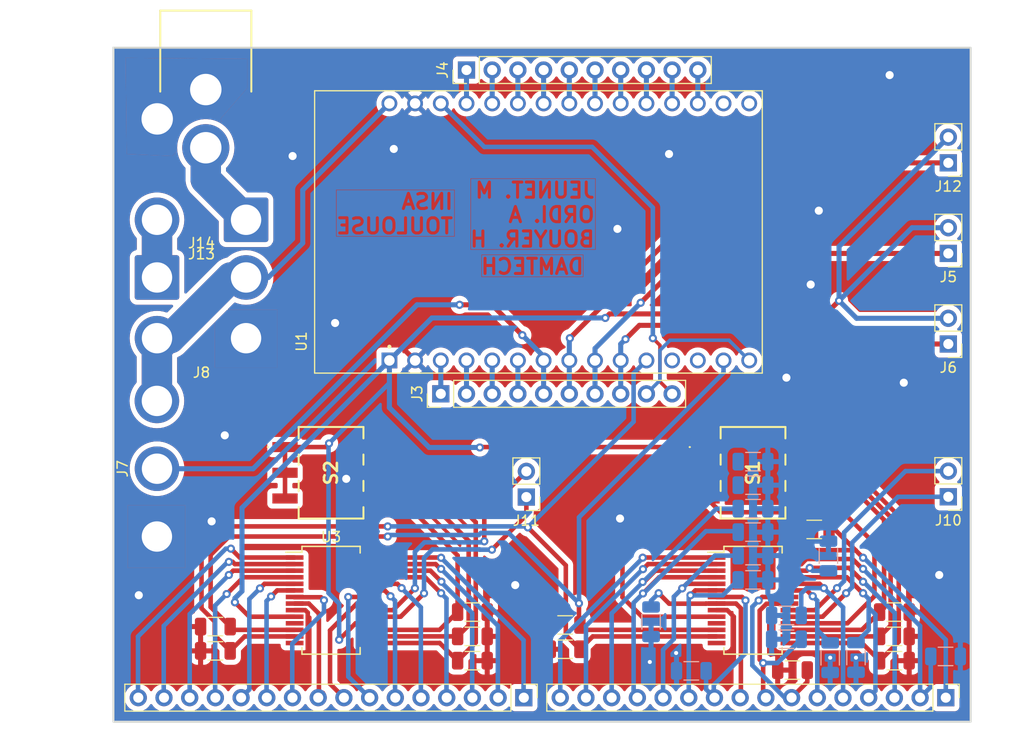
<source format=kicad_pcb>
(kicad_pcb (version 20221018) (generator pcbnew)
  (layers (0 "F.Cu" signal) (31 "B.Cu" signal) (34 "B.Paste" user) (35 "F.Paste" user) (36 "B.SilkS" user "B.Silkscreen") (37 "F.SilkS" user "F.Silkscreen") (38 "B.Mask" user) (39 "F.Mask" user) (44 "Edge.Cuts" user))
  (net 0 "")
  (net 1 "Net-(J1-Pin_1)")
  (net 2 "Net-(J1-Pin_2)")
  (net 3 "Net-(J1-Pin_3)")
  (net 4 "Net-(J1-Pin_4)")
  (net 5 "Net-(J1-Pin_5)")
  (net 6 "Net-(J1-Pin_6)")
  (net 7 "Net-(J1-Pin_7)")
  (net 8 "Net-(J1-Pin_8)")
  (net 9 "Net-(J1-Pin_9)")
  (net 10 "Net-(J1-Pin_10)")
  (net 11 "Net-(J1-Pin_11)")
  (net 12 "Net-(J1-Pin_12)")
  (net 13 "Net-(J1-Pin_13)")
  (net 14 "Net-(J1-Pin_14)")
  (net 15 "Net-(J1-Pin_15)")
  (net 16 "Net-(J1-Pin_16)")
  (net 17 "Net-(J2-Pin_1)")
  (net 18 "Net-(J2-Pin_2)")
  (net 19 "Net-(J2-Pin_3)")
  (net 20 "Net-(J2-Pin_4)")
  (net 21 "Net-(J2-Pin_5)")
  (net 22 "Net-(J2-Pin_6)")
  (net 23 "Net-(J2-Pin_7)")
  (net 24 "Net-(J2-Pin_8)")
  (net 25 "Net-(J2-Pin_9)")
  (net 26 "Net-(J2-Pin_10)")
  (net 27 "Net-(J2-Pin_11)")
  (net 28 "Net-(J2-Pin_12)")
  (net 29 "Net-(J2-Pin_13)")
  (net 30 "Net-(J2-Pin_14)")
  (net 31 "Net-(J2-Pin_15)")
  (net 32 "Net-(J2-Pin_16)")
  (net 33 "/COLL_IN_1")
  (net 34 "/COLL_IN_2")
  (net 35 "/COLL_IN_3")
  (net 36 "/COLL_IN_4")
  (net 37 "/COLL_IN_5")
  (net 38 "/BP 3")
  (net 39 "/BP 2")
  (net 40 "/BP 1")
  (net 41 "/COLL_IN_9")
  (net 42 "/COLL_IN_10")
  (net 43 "/LIGN_IN_1")
  (net 44 "/LIGN_IN_2")
  (net 45 "/LIGN_IN_3")
  (net 46 "/LIGN_IN_4")
  (net 47 "/LIGN_IN_5")
  (net 48 "/LIGN_IN_6")
  (net 49 "/LIGN_IN_7")
  (net 50 "/LIGN_IN_8")
  (net 51 "/LIGN_IN_9")
  (net 52 "/LIGN_IN_10")
  (net 53 "/3.3")
  (net 54 "/5V")
  (net 55 "GND")
  (net 56 "Net-(J10-Pin_1)")
  (net 57 "Net-(J10-Pin_2)")
  (net 58 "Net-(J11-Pin_1)")
  (net 59 "Net-(J11-Pin_2)")
  (net 60 "/MCP23017_SS I2C SDA")
  (net 61 "/MCP23017_SS I2C SCK")
  (net 62 "Net-(S2-NO_1)")
  (net 63 "Net-(S2-NO_2)")
  (net 64 "Net-(S2-NO_3)")
  (net 65 "Net-(S1-NO_1)")
  (net 66 "Net-(S1-NO_2)")
  (net 67 "Net-(S1-NO_3)")
  (net 76 "Net-(J13-Pin_1)")
  (net 77 "Net-(J13-Pin_2)")
  (footprint "Resistor_SMD:R_1206_3216Metric" (layer "F.Cu") (at 142.25 124.9 180)
    (fp_text reference "R9" hide)
    (fp_text value "10k" hide)
  )
  (footprint "151-7620E-E:1517620EE" (layer "F.Cu") (at 82.12 87.18)
    (fp_text reference "J9" hide)
    (fp_text value "151-7620E-E" hide)
  )
  (footprint "Connector_PinHeader_2.54mm:PinHeader_1x02_P2.54mm_Vertical" (layer "F.Cu") (at 155.5 121.675 180)
    (fp_text reference "J10")
    (fp_text value "INTAB MCP23017 1")
  )
  (footprint "Resistor_SMD:R_1206_3216Metric" (layer "F.Cu") (at 150.17 137.868735)
    (fp_text reference "R11" hide)
    (fp_text value "10k" hide)
  )
  (footprint "CFS-0302TB:CFS0302TB" (layer "F.Cu") (at 136.2 119.3 -90)
    (fp_text reference "S1")
    (fp_text value "CFS-0302TB" hide)
  )
  (footprint "Connector_PinHeader_2.54mm:PinHeader_1x10_P2.54mm_Vertical" (layer "F.Cu") (at 105.345 111.5 90)
    (fp_text reference "J3")
    (fp_text value "Conn_01x10_Pin")
  )
  (footprint "Resistor_SMD:R_1206_3216Metric" (layer "F.Cu") (at 117.63 136.74 180)
    (fp_text reference "R1" hide)
    (fp_text value "10k" hide)
  )
  (footprint "Connector_PinHeader_2.54mm:PinHeader_1x02_P2.54mm_Vertical" (layer "F.Cu") (at 155.5 97.625 180)
    (fp_text reference "J5")
    (fp_text value "BP 2")
  )
  (footprint "Resistor_SMD:R_1206_3216Metric" (layer "F.Cu") (at 117.63 134.34 180)
    (fp_text reference "R2" hide)
    (fp_text value "10k" hide)
  )
  (footprint "Connector_PinHeader_2.54mm:PinHeader_1x02_P2.54mm_Vertical" (layer "F.Cu") (at 155.5 88.675 180)
    (fp_text reference "J12")
    (fp_text value "BP 3")
  )
  (footprint "Connector_PinHeader_2.54mm:PinHeader_1x16_P2.54mm_Vertical" (layer "F.Cu") (at 155.25 141.525 -90)
    (fp_text reference "J1" hide)
    (fp_text value "Conn_01x16_Pin" hide)
  )
  (footprint "ESP32-DEVKITC-32D:MODULE_ESP32-DEVKITC-32D" (layer "F.Cu") (at 120.025 95.5 90)
    (fp_text reference "U1")
    (fp_text value "ESP32-DEVKITC-32D")
  )
  (footprint "Connector_PinHeader_2.54mm:PinHeader_1x02_P2.54mm_Vertical" (layer "F.Cu") (at 155.5 106.575 180)
    (fp_text reference "J6")
    (fp_text value "BP 1")
  )
  (footprint "Connector_Wire:SolderWire-2.5sqmm_1x03_P8.8mm_D2.4mm_OD4.4mm" (layer "F.Cu") (at 77.3 127.7 90)
    (fp_text reference "J7")
    (fp_text value "LED PIN")
  )
  (footprint "Connector_PinHeader_2.54mm:PinHeader_1x16_P2.54mm_Vertical" (layer "F.Cu") (at 113.55 141.525 -90)
    (fp_text reference "J2" hide)
    (fp_text value "Conn_01x16_Pin" hide)
  )
  (footprint "Connector_Wire:SolderWire-2.5sqmm_1x02_P8.8mm_D2.4mm_OD4.4mm" (layer "F.Cu") (at 86.1 94.3 180)
    (fp_text reference "J13")
    (fp_text value "FUZE")
  )
  (footprint "Resistor_SMD:R_1206_3216Metric" (layer "F.Cu") (at 150.17 135.468735)
    (fp_text reference "R12" hide)
    (fp_text value "10k" hide)
  )
  (footprint "Package_SO:SSOP-28_5.3x10.2mm_P0.65mm" (layer "F.Cu") (at 136.2 131.9)
    (fp_text reference "U2" hide)
    (fp_text value "MCP23017_SS 1")
  )
  (footprint "Resistor_SMD:R_1206_3216Metric" (layer "F.Cu") (at 150.17 133.068735)
    (fp_text reference "R13" hide)
    (fp_text value "10k" hide)
  )
  (footprint "Connector_Wire:SolderWire-2.5sqmm_1x02_P8.8mm_D2.4mm_OD4.4mm" (layer "F.Cu") (at 77.3 100)
    (fp_text reference "J14")
    (fp_text value "INT")
  )
  (footprint "Resistor_SMD:R_1206_3216Metric" (layer "F.Cu") (at 108.47 137.868735)
    (fp_text reference "R5" hide)
    (fp_text value "10k" hide)
  )
  (footprint "Connector_PinHeader_2.54mm:PinHeader_1x02_P2.54mm_Vertical" (layer "F.Cu") (at 113.8 121.7 180)
    (fp_text reference "J11")
    (fp_text value "INTAB MCP23017 2")
  )
  (footprint "Resistor_SMD:R_1206_3216Metric" (layer "F.Cu") (at 140.1 138.8 180)
    (fp_text reference "R18" hide)
    (fp_text value "10k" hide)
  )
  (footprint "Resistor_SMD:R_1206_3216Metric" (layer "F.Cu") (at 83.07 136.9 180)
    (fp_text reference "R3" hide)
    (fp_text value "10k" hide)
  )
  (footprint "Resistor_SMD:R_1206_3216Metric" (layer "F.Cu") (at 108.47 133.068735)
    (fp_text reference "R7" hide)
    (fp_text value "10k" hide)
  )
  (footprint "Resistor_SMD:R_1206_3216Metric" (layer "F.Cu") (at 108.47 135.468735)
    (fp_text reference "R6" hide)
    (fp_text value "10k" hide)
  )
  (footprint "Connector_PinHeader_2.54mm:PinHeader_1x10_P2.54mm_Vertical" (layer "F.Cu") (at 107.885 79.5 90)
    (fp_text reference "J4")
    (fp_text value "Conn_01x10_Pin")
  )
  (footprint "CFS-0302TB:CFS0302TB" (layer "F.Cu") (at 94.5 119.3 -90)
    (fp_text reference "S2")
    (fp_text value "CFS-0302TB" hide)
  )
  (footprint "Connector_Wire:SolderWire-2.5sqmm_1x02_P8.8mm_D2.4mm_OD4.4mm" (layer "F.Cu") (at 86.1 106 180)
    (fp_text reference "J8")
    (fp_text value "SEC ALIM LED")
  )
  (footprint "Package_SO:SSOP-28_5.3x10.2mm_P0.65mm" (layer "F.Cu") (at 94.5 131.9)
    (fp_text reference "U3")
    (fp_text value "MCP23017_SS 2")
  )
  (footprint "Resistor_SMD:R_1206_3216Metric" (layer "F.Cu") (at 83.07 134.5 180)
    (fp_text reference "R4" hide)
    (fp_text value "10k" hide)
  )
  (footprint "Resistor_SMD:R_1206_3216Metric" (layer "B.Cu") (at 126.125 134.025 -90)
    (fp_text reference "R20" hide)
    (fp_text value "10k" hide)
  )
  (footprint "Resistor_SMD:R_1206_3216Metric" (layer "B.Cu") (at 155.225 137.45)
    (fp_text reference "R10" hide)
    (fp_text value "10k" hide)
  )
  (footprint "Resistor_SMD:R_1206_3216Metric" (layer "B.Cu") (at 136.2 122.845452)
    (fp_text reference "R25" hide)
    (fp_text value "10k" hide)
  )
  (footprint "Resistor_SMD:R_1206_3216Metric" (layer "B.Cu") (at 136.2 127.486358)
    (fp_text reference "R23" hide)
    (fp_text value "10k" hide)
  )
  (footprint "Resistor_SMD:R_1206_3216Metric" (layer "B.Cu") (at 136.2 125.165904)
    (fp_text reference "R24" hide)
    (fp_text value "10k" hide)
  )
  (footprint "Resistor_SMD:R_1206_3216Metric" (layer "B.Cu") (at 143.825 137.575 -90)
    (fp_text reference "R17" hide)
    (fp_text value "10k" hide)
  )
  (footprint "Resistor_SMD:R_1206_3216Metric" (layer "B.Cu") (at 136.2 120.525)
    (fp_text reference "R26" hide)
    (fp_text value "10k" hide)
  )
  (footprint "Resistor_SMD:R_1206_3216Metric" (layer "B.Cu") (at 146.375 137.55 -90)
    (fp_text reference "R15" hide)
    (fp_text value "10k" hide)
  )
  (footprint "Resistor_SMD:R_1206_3216Metric" (layer "B.Cu") (at 139.5 135.75 180)
    (fp_text reference "R19" hide)
    (fp_text value "10k" hide)
  )
  (footprint "Resistor_SMD:R_1206_3216Metric" (layer "B.Cu") (at 143.65 127.525 90)
    (fp_text reference "R14" hide)
    (fp_text value "10k" hide)
  )
  (footprint "Resistor_SMD:R_1206_3216Metric" (layer "B.Cu") (at 136.2 118.2)
    (fp_text reference "R27" hide)
    (fp_text value "10k" hide)
  )
  (footprint "Resistor_SMD:R_1206_3216Metric" (layer "B.Cu") (at 130.1 138.875 180)
    (fp_text reference "R21" hide)
    (fp_text value "10k" hide)
  )
  (footprint "Resistor_SMD:R_1206_3216Metric" (layer "B.Cu") (at 136.2 129.885938)
    (fp_text reference "R22" hide)
    (fp_text value "10k" hide)
  )
  (footprint "Resistor_SMD:R_1206_3216Metric" (layer "B.Cu") (at 139.5 133.4 180)
    (fp_text reference "R16" hide)
    (fp_text value "10k" hide)
  )
  (gr_rect (start 73 77.3) (end 157.7 143.9) (stroke (width 0.2)) (fill none) (layer "Edge.Cuts"))
  (gr_text "JEUNET. M\nORDI. A\nBOUYER. H" (at 120.7 97.1) (layer "B.Cu" knockout) (effects (font (size 1.5 1.5) (thickness 0.3) bold) (justify left bottom mirror)))
  (gr_text "INSA\nTOULOUSE" (at 106.7 95.8) (layer "B.Cu" knockout) (effects (font (size 1.5 1.5) (thickness 0.3) bold) (justify left bottom mirror)))
  (gr_text "DAMTECH" (at 119.628571 99.8) (layer "B.Cu" knockout) (effects (font (size 1.5 1.5) (thickness 0.3) bold) (justify left bottom mirror)))
  (segment (start 146.35 126.95) (end 140.525 126.95) (width 0.45) (layer "F.Cu") (net 1))
  (segment (start 140.525 126.95) (end 139.8 127.675) (width 0.45) (layer "F.Cu") (net 1))
  (segment (start 144.277329 124.9) (end 147.075 127.697671) (width 0.45) (layer "F.Cu") (net 1))
  (segment (start 143.7125 124.9) (end 144.277329 124.9) (width 0.45) (layer "F.Cu") (net 1))
  (segment (start 146.35 126.95) (end 147.075 127.675) (width 0.25) (layer "F.Cu") (net 1))
  (segment (start 147.075 127.675) (end 147.075 127.697671) (width 0.25) (layer "F.Cu") (net 1))
  (via (at 147.075 127.697671) (size 0.8) (drill 0.4) (layers "F.Cu" "B.Cu") (net 1))
  (segment (start 155.25 141.525) (end 155.25 135.808273) (width 0.45) (layer "B.Cu") (net 1))
  (segment (start 147.139398 127.697671) (end 147.075 127.697671) (width 0.45) (layer "B.Cu") (net 1))
  (segment (start 155.25 135.808273) (end 147.139398 127.697671) (width 0.45) (layer "B.Cu") (net 1))
  (segment (start 141.475 127.825) (end 146.035602 127.825) (width 0.45) (layer "F.Cu") (net 2))
  (segment (start 147.010602 128.8) (end 147.075 128.8) (width 0.45) (layer "F.Cu") (net 2))
  (segment (start 146.035602 127.825) (end 147.010602 128.8) (width 0.45) (layer "F.Cu") (net 2))
  (segment (start 139.8 128.325) (end 140.975 128.325) (width 0.45) (layer "F.Cu") (net 2))
  (segment (start 140.975 128.325) (end 141.475 127.825) (width 0.45) (layer "F.Cu") (net 2))
  (via (at 147.075 128.8) (size 0.8) (drill 0.4) (layers "F.Cu" "B.Cu") (net 2))
  (segment (start 152.71 141.525) (end 152.71 134.435) (width 0.45) (layer "B.Cu") (net 2))
  (segment (start 152.71 134.435) (end 147.075 128.8) (width 0.45) (layer "B.Cu") (net 2))
  (segment (start 153.7625 137.45) (end 153.7625 140.4725) (width 0.45) (layer "B.Cu") (net 2))
  (segment (start 153.7625 140.4725) (end 152.71 141.525) (width 0.45) (layer "B.Cu") (net 2))
  (segment (start 141.8 128.7) (end 145.703343 128.7) (width 0.45) (layer "F.Cu") (net 3))
  (segment (start 141.525 128.975) (end 141.8 128.7) (width 0.45) (layer "F.Cu") (net 3))
  (segment (start 139.8 128.975) (end 141.525 128.975) (width 0.45) (layer "F.Cu") (net 3))
  (segment (start 145.703343 128.7) (end 147.075 130.071657) (width 0.45) (layer "F.Cu") (net 3))
  (via (at 141.8 128.7) (size 0.8) (drill 0.4) (layers "F.Cu" "B.Cu") (net 3))
  (via (at 147.075 130.071657) (size 0.8) (drill 0.4) (layers "F.Cu" "B.Cu") (net 3))
  (segment (start 143.65 128.9875) (end 142.0875 128.9875) (width 0.45) (layer "B.Cu") (net 3))
  (segment (start 150.17 141.525) (end 150.2 141.495) (width 0.25) (layer "B.Cu") (net 3))
  (segment (start 150.2 141.495) (end 150.2 133.158273) (width 0.45) (layer "B.Cu") (net 3))
  (segment (start 150.2 133.158273) (end 147.113384 130.071657) (width 0.45) (layer "B.Cu") (net 3))
  (segment (start 142.0875 128.9875) (end 141.8 128.7) (width 0.45) (layer "B.Cu") (net 3))
  (segment (start 147.113384 130.071657) (end 147.075 130.071657) (width 0.45) (layer "B.Cu") (net 3))
  (segment (start 139.8 129.625) (end 145.461616 129.625) (width 0.45) (layer "F.Cu") (net 4))
  (segment (start 145.461616 129.625) (end 147.036616 131.2) (width 0.45) (layer "F.Cu") (net 4))
  (segment (start 147.036616 131.2) (end 147.075 131.2) (width 0.45) (layer "F.Cu") (net 4))
  (via (at 147.075 131.2) (size 0.8) (drill 0.4) (layers "F.Cu" "B.Cu") (net 4))
  (segment (start 147.63 132.625) (end 147.63 131.755) (width 0.45) (layer "B.Cu") (net 4))
  (segment (start 148.3 140.855) (end 148.3 133.295) (width 0.45) (layer "B.Cu") (net 4))
  (segment (start 147.63 131.755) (end 147.075 131.2) (width 0.45) (layer "B.Cu") (net 4))
  (segment (start 147.63 141.525) (end 148.3 140.855) (width 0.25) (layer "B.Cu") (net 4))
  (segment (start 148.3 133.295) (end 147.63 132.625) (width 0.45) (layer "B.Cu") (net 4))
  (segment (start 146.375 136.0875) (end 147.63 134.8325) (width 0.45) (layer "B.Cu") (net 4))
  (segment (start 147.63 134.8325) (end 147.63 132.625) (width 0.45) (layer "B.Cu") (net 4))
  (segment (start 142.775 130.275) (end 143.2 130.7) (width 0.45) (layer "F.Cu") (net 5))
  (segment (start 139.8 130.275) (end 142.775 130.275) (width 0.45) (layer "F.Cu") (net 5))
  (via (at 143.2 130.7) (size 0.8) (drill 0.4) (layers "F.Cu" "B.Cu") (net 5))
  (segment (start 141.5 130.7) (end 143.2 130.7) (width 0.45) (layer "B.Cu") (net 5))
  (segment (start 140.9625 131.2375) (end 141.5 130.7) (width 0.45) (layer "B.Cu") (net 5))
  (segment (start 143.2 130.7) (end 145.1 132.6) (width 0.45) (layer "B.Cu") (net 5))
  (segment (start 145.1 141.515) (end 145.09 141.525) (width 0.25) (layer "B.Cu") (net 5))
  (segment (start 140.9625 133.4) (end 140.9625 131.2375) (width 0.45) (layer "B.Cu") (net 5))
  (segment (start 145.1 132.6) (end 145.1 141.515) (width 0.45) (layer "B.Cu") (net 5))
  (segment (start 139.8 130.925) (end 141.525 130.925) (width 0.45) (layer "F.Cu") (net 6))
  (segment (start 141.525 130.925) (end 142.1 131.5) (width 0.45) (layer "F.Cu") (net 6))
  (via (at 142.1 131.5) (size 0.8) (drill 0.4) (layers "F.Cu" "B.Cu") (net 6))
  (segment (start 142.55 133.475) (end 142.55 134.2) (width 0.45) (layer "B.Cu") (net 6))
  (segment (start 142.55 134.8375) (end 142.55 133.475) (width 0.25) (layer "B.Cu") (net 6))
  (segment (start 142.55 131.95) (end 142.55 133.475) (width 0.45) (layer "B.Cu") (net 6))
  (segment (start 143.825 136.1125) (end 142.55 134.8375) (width 0.45) (layer "B.Cu") (net 6))
  (segment (start 142.1 131.5) (end 142.55 131.95) (width 0.45) (layer "B.Cu") (net 6))
  (segment (start 142.55 134.2) (end 142.55 141.525) (width 0.45) (layer "B.Cu") (net 6))
  (segment (start 142.55 134.8375) (end 142.55 134.2) (width 0.25) (layer "B.Cu") (net 6))
  (segment (start 140.01 141.525) (end 141.5625 139.9725) (width 0.45) (layer "F.Cu") (net 7))
  (segment (start 139.8 131.575) (end 137.099994 131.575) (width 0.45) (layer "F.Cu") (net 7))
  (segment (start 141.5625 139.9725) (end 141.5625 138.8) (width 0.45) (layer "F.Cu") (net 7))
  (segment (start 137.099994 131.575) (end 136.7575 131.917494) (width 0.45) (layer "F.Cu") (net 7))
  (via (at 136.7575 131.917494) (size 0.8) (drill 0.4) (layers "F.Cu" "B.Cu") (net 7))
  (segment (start 136.1325 138.3325) (end 136.1325 132.542494) (width 0.45) (layer "B.Cu") (net 7))
  (segment (start 139.9425 141.5425) (end 139.3425 141.5425) (width 0.45) (layer "B.Cu") (net 7))
  (segment (start 139.3425 141.5425) (end 136.1325 138.3325) (width 0.45) (layer "B.Cu") (net 7))
  (segment (start 136.1325 132.542494) (end 136.7575 131.917494) (width 0.45) (layer "B.Cu") (net 7))
  (segment (start 136.8575 132.9175) (end 136.8575 137.5) (width 0.45) (layer "F.Cu") (net 8))
  (segment (start 137.5325 132.2425) (end 136.8575 132.9175) (width 0.45) (layer "F.Cu") (net 8))
  (segment (start 137.2 138.1) (end 137.2 141.255) (width 0.45) (layer "F.Cu") (net 8))
  (segment (start 139.7325 132.2425) (end 137.5325 132.2425) (width 0.45) (layer "F.Cu") (net 8))
  (segment (start 136.8575 137.5) (end 136.8575 137.7575) (width 0.45) (layer "F.Cu") (net 8))
  (segment (start 137.2 141.255) (end 137.47 141.525) (width 0.45) (layer "F.Cu") (net 8))
  (segment (start 136.8575 137.7575) (end 137.2 138.1) (width 0.45) (layer "F.Cu") (net 8))
  (via (at 137.2 138.1) (size 0.8) (drill 0.4) (layers "F.Cu" "B.Cu") (net 8))
  (segment (start 137.2 138.1) (end 138.6125 138.1) (width 0.45) (layer "B.Cu") (net 8))
  (segment (start 138.6125 138.1) (end 140.9625 135.75) (width 0.45) (layer "B.Cu") (net 8))
  (segment (start 132.6 132.225) (end 131.548958 132.225) (width 0.45) (layer "F.Cu") (net 9))
  (segment (start 127.911607 132.236607) (end 126.875 131.2) (width 0.45) (layer "F.Cu") (net 9))
  (segment (start 132.6 132.225) (end 134.525 132.225) (width 0.45) (layer "F.Cu") (net 9))
  (segment (start 131.537351 132.236607) (end 127.911607 132.236607) (width 0.45) (layer "F.Cu") (net 9))
  (segment (start 131.548958 132.225) (end 131.537351 132.236607) (width 0.45) (layer "F.Cu") (net 9))
  (segment (start 135 141.455) (end 134.93 141.525) (width 0.45) (layer "F.Cu") (net 9))
  (segment (start 134.525 132.225) (end 135 132.7) (width 0.45) (layer "F.Cu") (net 9))
  (segment (start 132.575 132.25) (end 132.6 132.225) (width 0.25) (layer "F.Cu") (net 9))
  (segment (start 135 132.7) (end 135 141.455) (width 0.45) (layer "F.Cu") (net 9))
  (via (at 126.875 131.2) (size 0.8) (drill 0.4) (layers "F.Cu" "B.Cu") (net 9))
  (segment (start 126.125 131.95) (end 126.875 131.2) (width 0.45) (layer "B.Cu") (net 9))
  (segment (start 126.125 132.5625) (end 126.125 131.95) (width 0.45) (layer "B.Cu") (net 9))
  (segment (start 135.115 131.575) (end 135.4575 131.9175) (width 0.45) (layer "F.Cu") (net 10))
  (segment (start 132.6 131.575) (end 135.115 131.575) (width 0.45) (layer "F.Cu") (net 10))
  (via (at 135.4575 131.9175) (size 0.8) (drill 0.4) (layers "F.Cu" "B.Cu") (net 10))
  (segment (start 132.3225 141.5675) (end 132.3225 140.273299) (width 0.45) (layer "B.Cu") (net 10))
  (segment (start 135.4575 137.138299) (end 135.4575 131.9175) (width 0.45) (layer "B.Cu") (net 10))
  (segment (start 131.5625 140.6975) (end 132.39 141.525) (width 0.45) (layer "B.Cu") (net 10))
  (segment (start 132.3225 140.273299) (end 135.4575 137.138299) (width 0.45) (layer "B.Cu") (net 10))
  (segment (start 131.5625 138.875) (end 131.5625 140.6975) (width 0.45) (layer "B.Cu") (net 10))
  (segment (start 130.502129 130.925) (end 130.015522 131.411607) (width 0.45) (layer "F.Cu") (net 11))
  (segment (start 132.6 130.925) (end 130.502129 130.925) (width 0.45) (layer "F.Cu") (net 11))
  (via (at 130.015522 131.411607) (size 0.8) (drill 0.4) (layers "F.Cu" "B.Cu") (net 11))
  (segment (start 129.85 131.577129) (end 130.015522 131.411607) (width 0.45) (layer "B.Cu") (net 11))
  (segment (start 134.7375 129.885938) (end 133.211831 131.411607) (width 0.45) (layer "B.Cu") (net 11))
  (segment (start 133.211831 131.411607) (end 130.015522 131.411607) (width 0.45) (layer "B.Cu") (net 11))
  (segment (start 129.85 141.55) (end 129.85 131.577129) (width 0.45) (layer "B.Cu") (net 11))
  (segment (start 129.65 130.275) (end 129.2 130.725) (width 0.45) (layer "F.Cu") (net 12))
  (segment (start 132.6 130.275) (end 129.65 130.275) (width 0.45) (layer "F.Cu") (net 12))
  (via (at 129.2 130.725) (size 0.8) (drill 0.4) (layers "F.Cu" "B.Cu") (net 12))
  (segment (start 134.7375 127.486358) (end 132.438642 127.486358) (width 0.45) (layer "B.Cu") (net 12))
  (segment (start 132.438642 127.486358) (end 129.2 130.725) (width 0.45) (layer "B.Cu") (net 12))
  (segment (start 127.31 141.525) (end 127.31 136.79) (width 0.45) (layer "B.Cu") (net 12))
  (segment (start 128.375 135.725) (end 128.375 131.55) (width 0.45) (layer "B.Cu") (net 12))
  (segment (start 128.375 131.55) (end 129.2 130.725) (width 0.45) (layer "B.Cu") (net 12))
  (segment (start 127.325 141.535) (end 127.31 141.55) (width 0.25) (layer "B.Cu") (net 12))
  (segment (start 127.31 136.79) (end 128.375 135.725) (width 0.45) (layer "B.Cu") (net 12))
  (segment (start 126.925 129.625) (end 125.325 131.225) (width 0.45) (layer "F.Cu") (net 13))
  (segment (start 132.6 129.625) (end 126.925 129.625) (width 0.45) (layer "F.Cu") (net 13))
  (via (at 125.325 131.225) (size 0.8) (drill 0.4) (layers "F.Cu" "B.Cu") (net 13))
  (segment (start 125.325 131.2) (end 125.325 131.225) (width 0.25) (layer "B.Cu") (net 13))
  (segment (start 131.541176 125.071324) (end 125.4125 131.2) (width 0.45) (layer "B.Cu") (net 13))
  (segment (start 124.4 132.15) (end 125.325 131.225) (width 0.45) (layer "B.Cu") (net 13))
  (segment (start 134.7375 125.071324) (end 131.541176 125.071324) (width 0.45) (layer "B.Cu") (net 13))
  (segment (start 124.77 141.55) (end 124.4 141.18) (width 0.25) (layer "B.Cu") (net 13))
  (segment (start 124.4 141.18) (end 124.4 132.15) (width 0.45) (layer "B.Cu") (net 13))
  (segment (start 125.4125 131.2) (end 125.325 131.2) (width 0.45) (layer "B.Cu") (net 13))
  (segment (start 126.544238 128.975) (end 125.427602 130.091636) (width 0.45) (layer "F.Cu") (net 14))
  (segment (start 132.6 128.975) (end 126.544238 128.975) (width 0.45) (layer "F.Cu") (net 14))
  (segment (start 125.427602 130.091636) (end 125.291636 130.091636) (width 0.45) (layer "F.Cu") (net 14))
  (via (at 125.291636 130.091636) (size 0.8) (drill 0.4) (layers "F.Cu" "B.Cu") (net 14))
  (segment (start 125.291636 130.133364) (end 125.291636 130.091636) (width 0.25) (layer "B.Cu") (net 14))
  (segment (start 122.23 141.55) (end 122.23 133.195) (width 0.45) (layer "B.Cu") (net 14))
  (segment (start 134.7375 122.855678) (end 132.569322 122.855678) (width 0.45) (layer "B.Cu") (net 14))
  (segment (start 132.569322 122.855678) (end 125.333364 130.091636) (width 0.45) (layer "B.Cu") (net 14))
  (segment (start 122.23 133.195) (end 125.291636 130.133364) (width 0.45) (layer "B.Cu") (net 14))
  (segment (start 125.333364 130.091636) (end 125.291636 130.091636) (width 0.25) (layer "B.Cu") (net 14))
  (segment (start 132.6 128.325) (end 125.825 128.325) (width 0.45) (layer "F.Cu") (net 15))
  (segment (start 125.825 128.325) (end 125.325 128.825) (width 0.45) (layer "F.Cu") (net 15))
  (via (at 125.325 128.825) (size 0.8) (drill 0.4) (layers "F.Cu" "B.Cu") (net 15))
  (segment (start 125.3 128.825) (end 125.325 128.825) (width 0.25) (layer "B.Cu") (net 15))
  (segment (start 119.69 134.435) (end 125.3 128.825) (width 0.45) (layer "B.Cu") (net 15))
  (segment (start 119.69 141.55) (end 119.69 134.435) (width 0.45) (layer "B.Cu") (net 15))
  (segment (start 125.341217 127.691217) (end 125.296847 127.691217) (width 0.25) (layer "F.Cu") (net 16))
  (segment (start 132.6 127.675) (end 125.313064 127.675) (width 0.45) (layer "F.Cu") (net 16))
  (segment (start 125.35 127.7) (end 125.341217 127.691217) (width 0.25) (layer "F.Cu") (net 16))
  (segment (start 125.313064 127.675) (end 125.296847 127.691217) (width 0.45) (layer "F.Cu") (net 16))
  (via (at 125.296847 127.691217) (size 0.8) (drill 0.4) (layers "F.Cu" "B.Cu") (net 16))
  (segment (start 125.296847 127.728153) (end 125.296847 127.691217) (width 0.25) (layer "B.Cu") (net 16))
  (segment (start 117.15 135.875) (end 125.296847 127.728153) (width 0.45) (layer "B.Cu") (net 16))
  (segment (start 117.15 141.55) (end 117.15 135.875) (width 0.45) (layer "B.Cu") (net 16))
  (segment (start 105.375 127.7) (end 105.35 127.675) (width 0.25) (layer "F.Cu") (net 17))
  (segment (start 98.1 127.675) (end 105.35 127.675) (width 0.45) (layer "F.Cu") (net 17))
  (via (at 105.375 127.7) (size 0.8) (drill 0.4) (layers "F.Cu" "B.Cu") (net 17))
  (segment (start 113.525 141.525) (end 113.525 135.85) (width 0.45) (layer "B.Cu") (net 17))
  (segment (start 113.525 135.85) (end 105.375 127.7) (width 0.45) (layer "B.Cu") (net 17))
  (segment (start 98.1 128.325) (end 104.833273 128.325) (width 0.45) (layer "F.Cu") (net 18))
  (segment (start 105.308273 128.8) (end 105.375 128.8) (width 0.45) (layer "F.Cu") (net 18))
  (segment (start 104.833273 128.325) (end 105.308273 128.8) (width 0.45) (layer "F.Cu") (net 18))
  (via (at 105.375 128.8) (size 0.8) (drill 0.4) (layers "F.Cu" "B.Cu") (net 18))
  (segment (start 110.985 134.41) (end 105.375 128.8) (width 0.45) (layer "B.Cu") (net 18))
  (segment (start 110.985 141.525) (end 110.985 134.41) (width 0.45) (layer "B.Cu") (net 18))
  (segment (start 104.316728 128.975) (end 105.408364 130.066636) (width 0.45) (layer "F.Cu") (net 19))
  (segment (start 98.1 128.975) (end 104.316728 128.975) (width 0.45) (layer "F.Cu") (net 19))
  (via (at 105.408364 130.066636) (size 0.8) (drill 0.4) (layers "F.Cu" "B.Cu") (net 19))
  (segment (start 105.408364 130.133364) (end 105.408364 130.066636) (width 0.25) (layer "B.Cu") (net 19))
  (segment (start 108.445 133.17) (end 105.408364 130.133364) (width 0.45) (layer "B.Cu") (net 19))
  (segment (start 108.445 141.525) (end 108.445 133.17) (width 0.45) (layer "B.Cu") (net 19))
  (segment (start 98.1 129.625) (end 103.8 129.625) (width 0.45) (layer "F.Cu") (net 20))
  (segment (start 103.8 129.625) (end 105.375 131.2) (width 0.45) (layer "F.Cu") (net 20))
  (via (at 105.375 131.2) (size 0.8) (drill 0.4) (layers "F.Cu" "B.Cu") (net 20))
  (segment (start 105.905 131.73) (end 105.375 131.2) (width 0.45) (layer "B.Cu") (net 20))
  (segment (start 105.905 141.525) (end 105.905 131.73) (width 0.45) (layer "B.Cu") (net 20))
  (segment (start 101.05 130.275) (end 101.475 130.7) (width 0.45) (layer "F.Cu") (net 21))
  (segment (start 98.075 130.275) (end 101.05 130.275) (width 0.45) (layer "F.Cu") (net 21))
  (via (at 101.475 130.7) (size 0.8) (drill 0.4) (layers "F.Cu" "B.Cu") (net 21))
  (segment (start 103.375 141.515) (end 103.365 141.525) (width 0.25) (layer "B.Cu") (net 21))
  (segment (start 101.475 130.7) (end 103.375 132.6) (width 0.45) (layer "B.Cu") (net 21))
  (segment (start 103.375 132.6) (end 103.375 141.515) (width 0.45) (layer "B.Cu") (net 21))
  (segment (start 98.075 130.925) (end 99.8 130.925) (width 0.45) (layer "F.Cu") (net 22))
  (segment (start 99.8 130.925) (end 100.375 131.5) (width 0.45) (layer "F.Cu") (net 22))
  (via (at 100.375 131.5) (size 0.8) (drill 0.4) (layers "F.Cu" "B.Cu") (net 22))
  (segment (start 100.825 131.95) (end 100.825 141.525) (width 0.45) (layer "B.Cu") (net 22))
  (segment (start 100.375 131.5) (end 100.825 131.95) (width 0.45) (layer "B.Cu") (net 22))
  (segment (start 96.199986 131.575) (end 98.1 131.575) (width 0.45) (layer "F.Cu") (net 23))
  (via (at 96.199986 131.575) (size 0.8) (drill 0.4) (layers "F.Cu" "B.Cu") (net 23))
  (segment (start 96.2 139.44) (end 96.2 131.575014) (width 0.45) (layer "B.Cu") (net 23))
  (segment (start 96.2 131.575014) (end 96.199986 131.575) (width 0.45) (layer "B.Cu") (net 23))
  (segment (start 98.285 141.525) (end 96.2 139.44) (width 0.45) (layer "B.Cu") (net 23))
  (segment (start 98.075 132.225) (end 97.048958 132.225) (width 0.45) (layer "F.Cu") (net 24))
  (segment (start 95.745 141.525) (end 95.745001 141.525001) (width 0.25) (layer "F.Cu") (net 24))
  (segment (start 94.4 134.873958) (end 94.4 140.155) (width 0.45) (layer "F.Cu") (net 24))
  (segment (start 94.4 140.155) (end 95.770001 141.525001) (width 0.45) (layer "F.Cu") (net 24))
  (segment (start 97.048958 132.225) (end 94.4 134.873958) (width 0.45) (layer "F.Cu") (net 24))
  (segment (start 95.745001 141.525001) (end 95.770001 141.525001) (width 0.25) (layer "F.Cu") (net 24))
  (segment (start 93.7 141.055) (end 93.205 141.55) (width 0.45) (layer "F.Cu") (net 25))
  (segment (start 90.9 132.225) (end 92.302818 132.225) (width 0.45) (layer "F.Cu") (net 25))
  (segment (start 93.3 133.222182) (end 93.3 141.455) (width 0.45) (layer "F.Cu") (net 25))
  (segment (start 93.3 141.455) (end 93.23 141.525) (width 0.45) (layer "F.Cu") (net 25))
  (segment (start 92.302818 132.225) (end 93.3 133.222182) (width 0.45) (layer "F.Cu") (net 25))
  (segment (start 93.5 131.6) (end 93.8 131.9) (width 0.45) (layer "F.Cu") (net 26))
  (segment (start 90.875 131.6) (end 93.5 131.6) (width 0.45) (layer "F.Cu") (net 26))
  (via (at 93.8 131.9) (size 0.8) (drill 0.4) (layers "F.Cu" "B.Cu") (net 26))
  (segment (start 90.665 141.55) (end 90.665 136.190747) (width 0.45) (layer "B.Cu") (net 26))
  (segment (start 90.665 136.190747) (end 93.8 133.055747) (width 0.45) (layer "B.Cu") (net 26))
  (segment (start 93.8 133.055747) (end 93.8 131.9) (width 0.45) (layer "B.Cu") (net 26))
  (segment (start 88.575 131.525) (end 89.175 130.925) (width 0.45) (layer "F.Cu") (net 27))
  (segment (start 89.175 130.925) (end 90.9 130.925) (width 0.45) (layer "F.Cu") (net 27))
  (via (at 88.575 131.525) (size 0.8) (drill 0.4) (layers "F.Cu" "B.Cu") (net 27))
  (segment (start 88.575 131.525) (end 88.125 131.975) (width 0.45) (layer "B.Cu") (net 27))
  (segment (start 88.125 131.975) (end 88.125 141.55) (width 0.45) (layer "B.Cu") (net 27))
  (segment (start 87.475 130.725) (end 87.925 130.275) (width 0.45) (layer "F.Cu") (net 28))
  (segment (start 87.925 130.275) (end 90.9 130.275) (width 0.45) (layer "F.Cu") (net 28))
  (via (at 87.475 130.725) (size 0.8) (drill 0.4) (layers "F.Cu" "B.Cu") (net 28))
  (segment (start 87.475 130.725) (end 86.425 131.775) (width 0.45) (layer "B.Cu") (net 28))
  (segment (start 86.425 131.775) (end 86.425 140.71) (width 0.45) (layer "B.Cu") (net 28))
  (segment (start 86.425 140.71) (end 85.585 141.55) (width 0.45) (layer "B.Cu") (net 28))
  (segment (start 90.9 129.625) (end 90.875 129.6) (width 0.4) (layer "F.Cu") (net 29))
  (segment (start 85.841688 129.625) (end 84.184826 131.281862) (width 0.45) (layer "F.Cu") (net 29))
  (segment (start 90.9 129.625) (end 85.841688 129.625) (width 0.45) (layer "F.Cu") (net 29))
  (via (at 84.184826 131.281862) (size 0.8) (drill 0.4) (layers "F.Cu" "B.Cu") (net 29))
  (segment (start 83.045 132.421688) (end 84.184826 131.281862) (width 0.45) (layer "B.Cu") (net 29))
  (segment (start 83.045 141.55) (end 83.045 132.421688) (width 0.45) (layer "B.Cu") (net 29))
  (segment (start 84.825 128.975) (end 90.9 128.975) (width 0.45) (layer "F.Cu") (net 30))
  (segment (start 84.4 129.4) (end 84.825 128.975) (width 0.45) (layer "F.Cu") (net 30))
  (via (at 84.4 129.4) (size 0.8) (drill 0.4) (layers "F.Cu" "B.Cu") (net 30))
  (segment (start 80.53 133.27) (end 80.53 141.525) (width 0.45) (layer "B.Cu") (net 30))
  (segment (start 84.4 129.4) (end 80.53 133.27) (width 0.45) (layer "B.Cu") (net 30))
  (segment (start 84.771822 128.105095) (end 84.39916 128.105095) (width 0.45) (layer "F.Cu") (net 31))
  (segment (start 90.9 128.325) (end 84.991727 128.325) (width 0.45) (layer "F.Cu") (net 31))
  (segment (start 84.991727 128.325) (end 84.771822 128.105095) (width 0.45) (layer "F.Cu") (net 31))
  (via (at 84.39916 128.105095) (size 0.8) (drill 0.4) (layers "F.Cu" "B.Cu") (net 31))
  (segment (start 84.294905 128.105095) (end 84.39916 128.105095) (width 0.45) (layer "B.Cu") (net 31))
  (segment (start 77.965 141.55) (end 77.965 134.435) (width 0.45) (layer "B.Cu") (net 31))
  (segment (start 77.965 134.435) (end 84.294905 128.105095) (width 0.45) (layer "B.Cu") (net 31))
  (segment (start 85.475 127.675) (end 84.6 126.8) (width 0.45) (layer "F.Cu") (net 32))
  (segment (start 90.9 127.675) (end 85.475 127.675) (width 0.45) (layer "F.Cu") (net 32))
  (via (at 84.6 126.8) (size 0.8) (drill 0.4) (layers "F.Cu" "B.Cu") (net 32))
  (segment (start 75.425 135.475) (end 84.1 126.8) (width 0.45) (layer "B.Cu") (net 32))
  (segment (start 84.1 126.8) (end 84.6 126.8) (width 0.45) (layer "B.Cu") (net 32))
  (segment (start 75.425 141.55) (end 75.425 135.475) (width 0.45) (layer "B.Cu") (net 32))
  (segment (start 105.345 108.2) (end 105.345 111.5) (width 0.5) (layer "B.Cu") (net 33))
  (segment (start 107.885 111.5) (end 107.885 108.2) (width 0.5) (layer "B.Cu") (net 34))
  (segment (start 110.425 108.2) (end 110.425 111.5) (width 0.5) (layer "B.Cu") (net 35))
  (segment (start 112.965 111.5) (end 112.965 108.2) (width 0.5) (layer "B.Cu") (net 36))
  (segment (start 107.2 102.7) (end 110.4 102.7) (width 0.5) (layer "F.Cu") (net 37))
  (segment (start 110.4 102.7) (end 113.4 105.7) (width 0.5) (layer "F.Cu") (net 37))
  (via (at 113.4 105.7) (size 0.8) (drill 0.4) (layers "F.Cu" "B.Cu") (net 37))
  (via (at 107.2 102.7) (size 0.8) (drill 0.4) (layers "F.Cu" "B.Cu") (net 37))
  (segment (start 86.8 118.9) (end 103 102.7) (width 0.5) (layer "B.Cu") (net 37))
  (segment (start 115.505 108.2) (end 115.505 111.5) (width 0.5) (layer "B.Cu") (net 37))
  (segment (start 115.505 107.805) (end 115.505 108.2) (width 0.5) (layer "B.Cu") (net 37))
  (segment (start 113.4 105.7) (end 115.505 107.805) (width 0.5) (layer "B.Cu") (net 37))
  (segment (start 77.3 118.9) (end 86.8 118.9) (width 0.5) (layer "B.Cu") (net 37))
  (segment (start 103 102.7) (end 107.2 102.7) (width 0.5) (layer "B.Cu") (net 37))
  (segment (start 118.1 106) (end 135.425 88.675) (width 0.5) (layer "F.Cu") (net 38))
  (segment (start 135.425 88.675) (end 155.5 88.675) (width 0.5) (layer "F.Cu") (net 38))
  (via (at 118.1 106) (size 0.8) (drill 0.4) (layers "F.Cu" "B.Cu") (net 38))
  (segment (start 118.045 111.5) (end 118.045 108.2) (width 0.5) (layer "B.Cu") (net 38))
  (segment (start 118.045 106.055) (end 118.1 106) (width 0.25) (layer "B.Cu") (net 38))
  (segment (start 118.045 108.2) (end 118.045 106.055) (width 0.5) (layer "B.Cu") (net 38))
  (segment (start 129.975 97.625) (end 125.1 102.5) (width 0.5) (layer "F.Cu") (net 39))
  (segment (start 155.5 97.625) (end 129.975 97.625) (width 0.5) (layer "F.Cu") (net 39))
  (via (at 125.1 102.5) (size 0.8) (drill 0.4) (layers "F.Cu" "B.Cu") (net 39))
  (segment (start 120.585 107.015) (end 120.585 108.2) (width 0.5) (layer "B.Cu") (net 39))
  (segment (start 120.585 108.2) (end 120.585 111.5) (width 0.5) (layer "B.Cu") (net 39))
  (segment (start 125.1 102.5) (end 120.585 107.015) (width 0.5) (layer "B.Cu") (net 39))
  (segment (start 124.967911 104.732089) (end 144.330007 104.732089) (width 0.5) (layer "F.Cu") (net 40))
  (segment (start 123.125 108.061298) (end 123.125 108.2) (width 0.25) (layer "F.Cu") (net 40))
  (segment (start 146.172918 106.575) (end 155.5 106.575) (width 0.5) (layer "F.Cu") (net 40))
  (segment (start 123.6 106.1) (end 124.967911 104.732089) (width 0.5) (layer "F.Cu") (net 40))
  (segment (start 144.330007 104.732089) (end 146.172918 106.575) (width 0.5) (layer "F.Cu") (net 40))
  (via (at 123.6 106.1) (size 0.8) (drill 0.4) (layers "F.Cu" "B.Cu") (net 40))
  (segment (start 123.125 111.5) (end 123.125 108.2) (width 0.5) (layer "B.Cu") (net 40))
  (segment (start 123.125 106.575) (end 123.6 106.1) (width 0.5) (layer "B.Cu") (net 40))
  (segment (start 123.125 108.2) (end 123.125 106.575) (width 0.5) (layer "B.Cu") (net 40))
  (segment (start 125.665 111.5) (end 127 110.165) (width 0.35) (layer "B.Cu") (net 41))
  (segment (start 127 107.2) (end 128 106.2) (width 0.35) (layer "B.Cu") (net 41))
  (segment (start 128 106.2) (end 133.825 106.2) (width 0.35) (layer "B.Cu") (net 41))
  (segment (start 133.825 106.2) (end 135.825 108.2) (width 0.35) (layer "B.Cu") (net 41))
  (segment (start 127 110.165) (end 127 107.2) (width 0.35) (layer "B.Cu") (net 41))
  (segment (start 127 106.7) (end 126.3 106) (width 0.35) (layer "F.Cu") (net 42))
  (segment (start 128.205 111.5) (end 127 110.295) (width 0.35) (layer "F.Cu") (net 42))
  (segment (start 127 110.295) (end 127 106.7) (width 0.35) (layer "F.Cu") (net 42))
  (via (at 126.3 106) (size 0.8) (drill 0.4) (layers "F.Cu" "B.Cu") (net 42))
  (segment (start 120.3 87.1) (end 109.645 87.1) (width 0.45) (layer "B.Cu") (net 42))
  (segment (start 126.3 106) (end 126.3 93.1) (width 0.45) (layer "B.Cu") (net 42))
  (segment (start 126.3 93.1) (end 120.3 87.1) (width 0.45) (layer "B.Cu") (net 42))
  (segment (start 109.645 87.1) (end 105.345 82.8) (width 0.45) (layer "B.Cu") (net 42))
  (segment (start 107.885 82.8) (end 107.885 79.5) (width 0.5) (layer "B.Cu") (net 43))
  (segment (start 110.425 79.5) (end 110.425 82.8) (width 0.5) (layer "B.Cu") (net 44))
  (segment (start 112.965 82.8) (end 112.965 79.5) (width 0.5) (layer "B.Cu") (net 45))
  (segment (start 115.505 79.5) (end 115.505 82.8) (width 0.5) (layer "B.Cu") (net 46))
  (segment (start 118.045 82.8) (end 118.045 79.5) (width 0.5) (layer "B.Cu") (net 47))
  (segment (start 120.585 79.5) (end 120.585 82.8) (width 0.5) (layer "B.Cu") (net 48))
  (segment (start 123.125 82.8) (end 123.125 79.5) (width 0.5) (layer "B.Cu") (net 49))
  (segment (start 125.665 79.5) (end 125.665 82.8) (width 0.5) (layer "B.Cu") (net 50))
  (segment (start 128.205 79.5) (end 128.205 82.8) (width 0.5) (layer "B.Cu") (net 51))
  (segment (start 130.745 79.5) (end 130.745 82.8) (width 0.5) (layer "B.Cu") (net 52))
  (segment (start 89.95 121.84) (end 89.95 119.3) (width 0.45) (layer "F.Cu") (net 53))
  (segment (start 98.1 134.175) (end 96.925 134.175) (width 0.45) (layer "F.Cu") (net 53))
  (segment (start 121.612653 104.012653) (end 121.6 104) (width 0.25) (layer "F.Cu") (net 53))
  (segment (start 125.225 133.525) (end 123.3 131.6) (width 0.45) (layer "F.Cu") (net 53))
  (segment (start 128.66 121.84) (end 131.65 121.84) (width 0.45) (layer "F.Cu") (net 53))
  (segment (start 93.94 116.76) (end 89.95 116.76) (width 0.45) (layer "F.Cu") (net 53))
  (segment (start 89.95 119.3) (end 89.95 116.76) (width 0.45) (layer "F.Cu") (net 53))
  (segment (start 86.425 133.525) (end 85 132.1) (width 0.45) (layer "F.Cu") (net 53))
  (segment (start 139.8 134.175) (end 145.525 134.175) (width 0.45) (layer "F.Cu") (net 53))
  (segment (start 94.3 116.4) (end 93.94 116.76) (width 0.45) (layer "F.Cu") (net 53))
  (segment (start 90.9 133.525) (end 86.425 133.525) (width 0.45) (layer "F.Cu") (net 53))
  (segment (start 132.6 133.525) (end 125.225 133.525) (width 0.45) (layer "F.Cu") (net 53))
  (segment (start 123.3 131.6) (end 123.3 127.2) (width 0.45) (layer "F.Cu") (net 53))
  (segment (start 144.7 102.3) (end 143.4 103.6) (width 0.5) (layer "F.Cu") (net 53))
  (segment (start 123.3 127.2) (end 128.66 121.84) (width 0.45) (layer "F.Cu") (net 53))
  (segment (start 143.4 103.6) (end 122.025306 103.6) (width 0.5) (layer "F.Cu") (net 53))
  (segment (start 145.1 123.2) (end 133.01 123.2) (width 0.45) (layer "F.Cu") (net 53))
  (segment (start 155.5 104.035) (end 146.435 104.035) (width 0.25) (layer "F.Cu") (net 53))
  (segment (start 122.025306 103.6) (end 121.612653 104.012653) (width 0.5) (layer "F.Cu") (net 53))
  (segment (start 96.925 134.175) (end 95.3 135.8) (width 0.45) (layer "F.Cu") (net 53))
  (segment (start 131.65 121.84) (end 131.65 119.3) (width 0.45) (layer "F.Cu") (net 53))
  (segment (start 133.01 123.2) (end 131.65 121.84) (width 0.45) (layer "F.Cu") (net 53))
  (segment (start 148.2 131.5) (end 148.2 126.3) (width 0.45) (layer "F.Cu") (net 53))
  (segment (start 145.525 134.175) (end 148.2 131.5) (width 0.45) (layer "F.Cu") (net 53))
  (segment (start 131.65 116.76) (end 131.65 119.3) (width 0.45) (layer "F.Cu") (net 53))
  (segment (start 148.2 126.3) (end 145.1 123.2) (width 0.45) (layer "F.Cu") (net 53))
  (segment (start 131.65 116.76) (end 109.24 116.76) (width 0.45) (layer "F.Cu") (net 53))
  (segment (start 146.435 104.035) (end 144.7 102.3) (width 0.25) (layer "F.Cu") (net 53))
  (segment (start 109.24 116.76) (end 109.2 116.8) (width 0.25) (layer "F.Cu") (net 53))
  (via (at 85 132.1) (size 0.8) (drill 0.4) (layers "F.Cu" "B.Cu") (net 53))
  (via (at 121.6 104) (size 0.8) (drill 0.4) (layers "F.Cu" "B.Cu") (net 53))
  (via (at 144.7 102.3) (size 0.8) (drill 0.4) (layers "F.Cu" "B.Cu") (net 53))
  (via (at 95.3 135.8) (size 0.8) (drill 0.4) (layers "F.Cu" "B.Cu") (net 53))
  (via (at 109.2 116.8) (size 0.8) (drill 0.4) (layers "F.Cu" "B.Cu") (net 53))
  (via (at 94.3 116.4) (size 0.8) (drill 0.4) (layers "F.Cu" "B.Cu") (net 53))
  (segment (start 155.5 95.085) (end 151.915 95.085) (width 0.5) (layer "B.Cu") (net 53))
  (segment (start 85 131.7) (end 85 132.1) (width 0.5) (layer "B.Cu") (net 53))
  (segment (start 104.2 116.8) (end 109.2 116.8) (width 0.5) (layer "B.Cu") (net 53))
  (segment (start 85.7 127.6) (end 85.7 131) (width 0.5) (layer "B.Cu") (net 53))
  (segment (start 94.25 131.183273) (end 94.25 116.45) (width 0.45) (layer "B.Cu") (net 53))
  (segment (start 95.3 132.233273) (end 94.25 131.183273) (width 0.45) (layer "B.Cu") (net 53))
  (segment (start 155.5 86.135) (end 144.7 96.935) (width 0.5) (layer "B.Cu") (net 53))
  (segment (start 100.265 110.435) (end 94.3 116.4) (width 0.45) (layer "B.Cu") (net 53))
  (segment (start 100.265 108.2) (end 100.265 110.435) (width 0.25) (layer "B.Cu") (net 53))
  (segment (start 95.3 135.8) (end 95.3 132.233273) (width 0.45) (layer "B.Cu") (net 53))
  (segment (start 85.7 127.6) (end 85.7 122.765) (width 0.5) (layer "B.Cu") (net 53))
  (segment (start 85.7 122.765) (end 100.265 108.2) (width 0.5) (layer "B.Cu") (net 53))
  (segment (start 155.5 104.035) (end 146.435 104.035) (width 0.5) (layer "B.Cu") (net 53))
  (segment (start 100.265 112.865) (end 104.2 116.8) (width 0.5) (layer "B.Cu") (net 53))
  (segment (start 151.915 95.085) (end 144.7 102.3) (width 0.5) (layer "B.Cu") (net 53))
  (segment (start 100.265 108.2) (end 100.265 112.865) (width 0.5) (layer "B.Cu") (net 53))
  (segment (start 85.7 131) (end 85 131.7) (width 0.5) (layer "B.Cu") (net 53))
  (segment (start 100.265 108.2) (end 104.465 104) (width 0.5) (layer "B.Cu") (net 53))
  (segment (start 104.465 104) (end 121.6 104) (width 0.5) (layer "B.Cu") (net 53))
  (segment (start 146.435 104.035) (end 144.7 102.3) (width 0.5) (layer "B.Cu") (net 53))
  (segment (start 144.7 96.935) (end 144.7 102.3) (width 0.5) (layer "B.Cu") (net 53))
  (segment (start 94.25 116.45) (end 94.3 116.4) (width 0.45) (layer "B.Cu") (net 53))
  (segment (start 84.6 100) (end 86.1 100) (width 3) (layer "F.Cu") (net 54))
  (segment (start 77.3 106) (end 78.6 106) (width 3) (layer "F.Cu") (net 54))
  (segment (start 77.29 106.01) (end 77.3 106) (width 3) (layer "F.Cu") (net 54))
  (segment (start 77.29 112.2) (end 77.29 106.01) (width 3) (layer "F.Cu") (net 54))
  (segment (start 78.6 106) (end 84.6 100) (width 3) (layer "F.Cu") (net 54))
  (segment (start 78.6 106) (end 84.6 100) (width 3) (layer "B.Cu") (net 54))
  (segment (start 91.7 96.6) (end 91.7 91.365) (width 0.5) (layer "B.Cu") (net 54))
  (segment (start 88.3 100) (end 91.7 96.6) (width 0.5) (layer "B.Cu") (net 54))
  (segment (start 86.1 100) (end 88.3 100) (width 0.5) (layer "B.Cu") (net 54))
  (segment (start 91.7 91.365) (end 100.265 82.8) (width 0.5) (layer "B.Cu") (net 54))
  (segment (start 77.29 112.2) (end 77.29 106.01) (width 3) (layer "B.Cu") (net 54))
  (segment (start 77.29 106.01) (end 77.3 106) (width 3) (layer "B.Cu") (net 54))
  (segment (start 84.6 100) (end 86.1 100) (width 3) (layer "B.Cu") (net 54))
  (segment (start 77.3 106) (end 78.6 106) (width 3) (layer "B.Cu") (net 54))
  (segment (start 134.3 133.523958) (end 134.3 137.9) (width 0.45) (layer "F.Cu") (net 55))
  (segment (start 91.951042 132.875) (end 92.2 133.123958) (width 0.45) (layer "F.Cu") (net 55))
  (segment (start 92.2 133.123958) (end 92.2 137.1) (width 0.45) (layer "F.Cu") (net 55))
  (segment (start 132.6 132.875) (end 133.651042 132.875) (width 0.45) (layer "F.Cu") (net 55))
  (segment (start 90.9 132.875) (end 91.951042 132.875) (width 0.45) (layer "F.Cu") (net 55))
  (segment (start 134.3 137.9) (end 133.1 139.1) (width 0.45) (layer "F.Cu") (net 55))
  (segment (start 133.651042 132.875) (end 134.3 133.523958) (width 0.45) (layer "F.Cu") (net 55))
  (segment (start 92.2 137.1) (end 91.2 138.1) (width 0.45) (layer "F.Cu") (net 55))
  (via (at 126 138) (size 0.8) (drill 0.4) (layers "F.Cu" "B.Cu") (net 55))
  (via (at 90.7 88) (size 1.4) (drill 0.8) (layers "F.Cu" "B.Cu") (net 55))
  (via (at 154.6 129.4) (size 1.4) (drill 0.8) (layers "F.Cu" "B.Cu") (net 55))
  (via (at 149.7 80) (size 1.4) (drill 0.8) (layers "F.Cu" "B.Cu") (net 55))
  (via (at 146.375 137.575) (size 0.8) (drill 0.4) (layers "F.Cu" "B.Cu") (net 55))
  (via (at 142.7 93.4) (size 1.4) (drill 0.8) (layers "F.Cu" "B.Cu") (net 55))
  (via (at 84 115.6) (size 1.4) (drill 0.8) (layers "F.Cu" "B.Cu") (net 55))
  (via (at 96 119.9) (size 1.4) (drill 0.8) (layers "F.Cu" "B.Cu") (net 55))
  (via (at 123.057208 123.820982) (size 1.4) (drill 0.8) (layers "F.Cu" "B.Cu") (net 55))
  (via (at 75.5 131.4) (size 1.4) (drill 0.8) (layers "F.Cu" "B.Cu") (net 55))
  (via (at 141.9 100.7) (size 1.4) (drill 0.8) (layers "F.Cu" "B.Cu") (net 55))
  (via (at 112.7 130.4) (size 1.4) (drill 0.8) (layers "F.Cu" "B.Cu") (net 55))
  (via (at 143.825 137.575) (size 0.8) (drill 0.4) (layers "F.Cu" "B.Cu") (net 55))
  (via (at 139.5 109.9) (size 1.4) (drill 0.8) (layers "F.Cu" "B.Cu") (net 55))
  (via (at 151.1 110.4) (size 1.4) (drill 0.8) (layers "F.Cu" "B.Cu") (net 55))
  (via (at 128.6 137.110076) (size 0.8) (drill 0.4) (layers "F.Cu" "B.Cu") (net 55))
  (via (at 94.9 104.5) (size 1.4) (drill 0.8) (layers "F.Cu" "B.Cu") (net 55))
  (via (at 82.7 124.1) (size 1.4) (drill 0.8) (layers "F.Cu" "B.Cu") (net 55))
  (via (at 127.9 87.8) (size 1.4) (drill 0.8) (layers "F.Cu" "B.Cu") (net 55))
  (via (at 100.7 87.3) (size 1.4) (drill 0.8) (layers "F.Cu" "B.Cu") (net 55))
  (via (at 122.8 95.2) (size 1.4) (drill 0.8) (layers "F.Cu" "B.Cu") (net 55))
  (segment (start 88.805 96.74) (end 88.765 96.7) (width 0.25) (layer "B.Cu") (net 55))
  (segment (start 128.6375 137.147576) (end 128.6 137.110076) (width 0.25) (layer "B.Cu") (net 55))
  (segment (start 128.6375 138.875) (end 128.6375 137.147576) (width 0.25) (layer "B.Cu") (net 55))
  (segment (start 139.8 133.525) (end 143.075 133.525) (width 0.45) (layer "F.Cu") (net 56))
  (segment (start 143.075 133.525) (end 145.4 131.2) (width 0.45) (layer "F.Cu") (net 56))
  (via (at 145.4 131.2) (size 0.8) (drill 0.4) (layers "F.Cu" "B.Cu") (net 56))
  (segment (start 146 130.6) (end 146 126.2) (width 0.45) (layer "B.Cu") (net 56))
  (segment (start 146 126.2) (end 150.525 121.675) (width 0.45) (layer "B.Cu") (net 56))
  (segment (start 145.4 131.2) (end 146 130.6) (width 0.45) (layer "B.Cu") (net 56))
  (segment (start 150.525 121.675) (end 155.5 121.675) (width 0.45) (layer "B.Cu") (net 56))
  (segment (start 142.325 132.875) (end 144.5 130.7) (width 0.45) (layer "F.Cu") (net 57))
  (segment (start 139.8 132.875) (end 142.325 132.875) (width 0.45) (layer "F.Cu") (net 57))
  (via (at 144.5 130.7) (size 0.8) (drill 0.4) (layers "F.Cu" "B.Cu") (net 57))
  (segment (start 145.2 130) (end 145.2 125.2) (width 0.45) (layer "B.Cu") (net 57))
  (segment (start 145.2 125.2) (end 151.265 119.135) (width 0.45) (layer "B.Cu") (net 57))
  (segment (start 151.265 119.135) (end 155.5 119.135) (width 0.45) (layer "B.Cu") (net 57))
  (segment (start 144.5 130.7) (end 145.2 130) (width 0.45) (layer "B.Cu") (net 57))
  (segment (start 101.375 133.525) (end 103.6875 131.2125) (width 0.45) (layer "F.Cu") (net 58))
  (segment (start 113.8 123.5) (end 113.8 121.7) (width 0.45) (layer "F.Cu") (net 58))
  (segment (start 110.4 126.9) (end 113.8 123.5) (width 0.45) (layer "F.Cu") (net 58))
  (segment (start 98.1 133.525) (end 101.375 133.525) (width 0.45) (layer "F.Cu") (net 58))
  (via (at 103.6875 131.2125) (size 0.8) (drill 0.4) (layers "F.Cu" "B.Cu") (net 58))
  (via (at 110.4 126.9) (size 0.8) (drill 0.4) (layers "F.Cu" "B.Cu") (net 58))
  (segment (start 103.6875 131.2125) (end 103.6875 127.7125) (width 0.45) (layer "B.Cu") (net 58))
  (segment (start 104.525 126.875) (end 109.175 126.875) (width 0.45) (layer "B.Cu") (net 58))
  (segment (start 109.2 126.9) (end 110.4 126.9) (width 0.45) (layer "B.Cu") (net 58))
  (segment (start 109.175 126.875) (end 109.2 126.9) (width 0.45) (layer "B.Cu") (net 58))
  (segment (start 103.6875 127.7125) (end 104.525 126.875) (width 0.45) (layer "B.Cu") (net 58))
  (segment (start 113.8 119.16) (end 109.642438 123.317562) (width 0.45) (layer "F.Cu") (net 59))
  (segment (start 100.625 132.875) (end 102.7875 130.7125) (width 0.45) (layer "F.Cu") (net 59))
  (segment (start 98.1 132.875) (end 100.625 132.875) (width 0.45) (layer "F.Cu") (net 59))
  (segment (start 109.642438 123.317562) (end 109.642438 126.075) (width 0.45) (layer "F.Cu") (net 59))
  (via (at 109.642438 126.075) (size 0.8) (drill 0.4) (layers "F.Cu" "B.Cu") (net 59))
  (via (at 102.7875 130.7125) (size 0.8) (drill 0.4) (layers "F.Cu" "B.Cu") (net 59))
  (segment (start 102.7875 130.7125) (end 102.7875 127.1125) (width 0.45) (layer "B.Cu") (net 59))
  (segment (start 103.725 126.175) (end 109.542438 126.175) (width 0.45) (layer "B.Cu") (net 59))
  (segment (start 109.542438 126.175) (end 109.642438 126.075) (width 0.45) (layer "B.Cu") (net 59))
  (segment (start 102.7875 127.1125) (end 103.725 126.175) (width 0.45) (layer "B.Cu") (net 59))
  (segment (start 81.7 127.4) (end 81.7 132.700404) (width 0.45) (layer "F.Cu") (net 60))
  (segment (start 84.499503 124.600497) (end 81.7 127.4) (width 0.45) (layer "F.Cu") (net 60))
  (segment (start 81.7 132.700404) (end 83 134.000404) (width 0.45) (layer "F.Cu") (net 60))
  (segment (start 117.7 128.449946) (end 113.950054 124.7) (width 0.45) (layer "F.Cu") (net 60))
  (segment (start 84.5325 136.9) (end 85.9575 135.475) (width 0.45) (layer "F.Cu") (net 60))
  (segment (start 100.1 124.600497) (end 84.499503 124.600497) (width 0.45) (layer "F.Cu") (net 60))
  (segment (start 83 135.3675) (end 84.5325 136.9) (width 0.45) (layer "F.Cu") (net 60))
  (segment (start 85.9575 135.475) (end 90.9 135.475) (width 0.45) (layer "F.Cu") (net 60))
  (segment (start 132.6 135.475) (end 120.3575 135.475) (width 0.45) (layer "F.Cu") (net 60))
  (segment (start 83 134.000404) (end 83 135.3675) (width 0.45) (layer "F.Cu") (net 60))
  (segment (start 120.3575 135.475) (end 119.0925 136.74) (width 0.45) (layer "F.Cu") (net 60))
  (segment (start 119.0925 136.74) (end 117.7 135.3475) (width 0.45) (layer "F.Cu") (net 60))
  (segment (start 117.7 135.3475) (end 117.7 128.449946) (width 0.45) (layer "F.Cu") (net 60))
  (via (at 113.950054 124.7) (size 0.8) (drill 0.4) (layers "F.Cu" "B.Cu") (net 60))
  (via (at 100.1 124.600497) (size 0.8) (drill 0.4) (layers "F.Cu" "B.Cu") (net 60))
  (segment (start 100.299503 124.6) (end 113.850054 124.6) (width 0.45) (layer "B.Cu") (net 60))
  (segment (start 124.4 109.465) (end 125.665 108.2) (width 0.45) (layer "B.Cu") (net 60))
  (segment (start 113.950054 124.7) (end 124.4 114.250054) (width 0.45) (layer "B.Cu") (net 60))
  (segment (start 124.4 114.250054) (end 124.4 109.465) (width 0.45) (layer "B.Cu") (net 60))
  (segment (start 100.199503 124.7) (end 100.299503 124.6) (width 0.45) (layer "B.Cu") (net 60))
  (segment (start 100.1 124.600497) (end 100.199503 124.7) (width 0.25) (layer "B.Cu") (net 60))
  (segment (start 113.850054 124.6) (end 113.950054 124.7) (width 0.45) (layer "B.Cu") (net 60))
  (segment (start 119 134.2475) (end 119.0925 134.34) (width 0.25) (layer "F.Cu") (net 61))
  (segment (start 84.5325 134.5) (end 84.8575 134.825) (width 0.25) (layer "F.Cu") (net 61))
  (segment (start 119.5775 134.825) (end 119 134.2475) (width 0.45) (layer "F.Cu") (net 61))
  (segment (start 84.8575 134.825) (end 90.9 134.825) (width 0.45) (layer "F.Cu") (net 61))
  (segment (start 82.6 132.5675) (end 82.6 127.419238) (width 0.45) (layer "F.Cu") (net 61))
  (segment (start 84.5325 134.5) (end 82.6 132.5675) (width 0.45) (layer "F.Cu") (net 61))
  (segment (start 119.0925 134.34) (end 119.3825 134.05) (width 0.45) (layer "F.Cu") (net 61))
  (segment (start 119 132.2) (end 119 134.2475) (width 0.45) (layer "F.Cu") (net 61))
  (segment (start 82.6 127.419238) (end 84.419238 125.6) (width 0.45) (layer "F.Cu") (net 61))
  (segment (start 132.6 134.825) (end 119.5775 134.825) (width 0.45) (layer "F.Cu") (net 61))
  (segment (start 84.419238 125.6) (end 100.1 125.6) (width 0.45) (layer "F.Cu") (net 61))
  (via (at 119 132.2) (size 0.8) (drill 0.4) (layers "F.Cu" "B.Cu") (net 61))
  (via (at 100.1 125.6) (size 0.8) (drill 0.4) (layers "F.Cu" "B.Cu") (net 61))
  (segment (start 109.100711 125.45) (end 100.25 125.45) (width 0.45) (layer "B.Cu") (net 61))
  (segment (start 119.00605 132.19395) (end 119.00605 123.69395) (width 0.45) (layer "B.Cu") (net 61))
  (segment (start 119 132.2) (end 112.05 125.25) (width 0.45) (layer "B.Cu") (net 61))
  (segment (start 119.00605 123.69395) (end 133.285 109.415) (width 0.45) (layer "B.Cu") (net 61))
  (segment (start 100.25 125.45) (end 100.1 125.6) (width 0.25) (layer "B.Cu") (net 61))
  (segment (start 133.285 109.415) (end 133.285 108.2) (width 0.45) (layer "B.Cu") (net 61))
  (segment (start 119 132.2) (end 119.00605 132.19395) (width 0.25) (layer "B.Cu") (net 61))
  (segment (start 112.05 125.25) (end 109.300711 125.25) (width 0.45) (layer "B.Cu") (net 61))
  (segment (start 109.300711 125.25) (end 109.100711 125.45) (width 0.45) (layer "B.Cu") (net 61))
  (segment (start 107.0075 133.068735) (end 107.0075 127.4725) (width 0.45) (layer "F.Cu") (net 62))
  (segment (start 98.075 134.825) (end 105.226235 134.825) (width 0.45) (layer "F.Cu") (net 62))
  (segment (start 105.226235 134.825) (end 106.9825 133.068735) (width 0.45) (layer "F.Cu") (net 62))
  (segment (start 107.0075 127.4725) (end 101.375 121.84) (width 0.45) (layer "F.Cu") (net 62))
  (segment (start 101.375 121.84) (end 99.05 121.84) (width 0.45) (layer "F.Cu") (net 62))
  (segment (start 108.1 126.025) (end 108.1 134.376235) (width 0.45) (layer "F.Cu") (net 63))
  (segment (start 98.081265 135.468735) (end 98.075 135.475) (width 0.25) (layer "F.Cu") (net 63))
  (segment (start 99.05 119.3) (end 101.375 119.3) (width 0.45) (layer "F.Cu") (net 63))
  (segment (start 101.375 119.3) (end 108.1 126.025) (width 0.45) (layer "F.Cu") (net 63))
  (segment (start 108.1 134.376235) (end 107.0075 135.468735) (width 0.45) (layer "F.Cu") (net 63))
  (segment (start 106.9825 135.468735) (end 98.081265 135.468735) (width 0.45) (layer "F.Cu") (net 63))
  (segment (start 106.9825 137.868735) (end 105.238765 136.125) (width 0.45) (layer "F.Cu") (net 64))
  (segment (start 105.238765 136.125) (end 98.075 136.125) (width 0.45) (layer "F.Cu") (net 64))
  (segment (start 99.05 116.76) (end 101.375 116.76) (width 0.45) (layer "F.Cu") (net 64))
  (segment (start 101.375 116.76) (end 108.8 124.185) (width 0.45) (layer "F.Cu") (net 64))
  (segment (start 108.8 136.076235) (end 107.0075 137.868735) (width 0.45) (layer "F.Cu") (net 64))
  (segment (start 108.8 124.185) (end 108.8 136.076235) (width 0.45) (layer "F.Cu") (net 64))
  (segment (start 149.15 123.95) (end 149.15 132.65) (width 0.45) (layer "F.Cu") (net 65))
  (segment (start 139.8 134.825) (end 146.951235 134.825) (width 0.45) (layer "F.Cu") (net 65))
  (segment (start 140.75 121.84) (end 147.04 121.84) (width 0.45) (layer "F.Cu") (net 65))
  (segment (start 146.951235 134.825) (end 148.7075 133.068735) (width 0.45) (layer "F.Cu") (net 65))
  (segment (start 149.15 132.65) (end 148.69625 133.10375) (width 0.45) (layer "F.Cu") (net 65))
  (segment (start 147.04 121.84) (end 149.15 123.95) (width 0.45) (layer "F.Cu") (net 65))
  (segment (start 149.8 134.4) (end 149.8 123.680762) (width 0.45) (layer "F.Cu") (net 66))
  (segment (start 149.8 123.680762) (end 145.419238 119.3) (width 0.45) (layer "F.Cu") (net 66))
  (segment (start 148.69625 135.50375) (end 149.8 134.4) (width 0.45) (layer "F.Cu") (net 66))
  (segment (start 145.419238 119.3) (end 140.75 119.3) (width 0.45) (layer "F.Cu") (net 66))
  (segment (start 139.806265 135.468735) (end 139.8 135.475) (width 0.25) (layer "F.Cu") (net 66))
  (segment (start 148.7075 135.468735) (end 139.806265 135.468735) (width 0.45) (layer "F.Cu") (net 66))
  (segment (start 150.6 123.561523) (end 143.798477 116.76) (width 0.45) (layer "F.Cu") (net 67))
  (segment (start 143.798477 116.76) (end 140.75 116.76) (width 0.45) (layer "F.Cu") (net 67))
  (segment (start 146.963765 136.125) (end 139.8 136.125) (width 0.45) (layer "F.Cu") (net 67))
  (segment (start 148.7075 137.868735) (end 146.963765 136.125) (width 0.45) (layer "F.Cu") (net 67))
  (segment (start 148.69625 137.90375) (end 150.6 136) (width 0.45) (layer "F.Cu") (net 67))
  (segment (start 150.6 136) (end 150.6 123.561523) (width 0.45) (layer "F.Cu") (net 67))
  (segment (start 82.12 87.18) (end 82.12 90.32) (width 3) (layer "F.Cu") (net 76))
  (segment (start 82.12 90.32) (end 86.1 94.3) (width 3) (layer "F.Cu") (net 76))
  (segment (start 82.12 87.18) (end 82.12 90.32) (width 3) (layer "B.Cu") (net 76))
  (segment (start 82.61 87.18) (end 82.12 87.18) (width 1.5) (layer "B.Cu") (net 76))
  (segment (start 82.12 90.32) (end 86.1 94.3) (width 3) (layer "B.Cu") (net 76))
  (segment (start 77.3 94.3) (end 77.3 100) (width 3) (layer "F.Cu") (net 77))
  (segment (start 77.3 94.3) (end 77.3 100) (width 3) (layer "B.Cu") (net 77))
  (zone (net 55) (net_name "GND") (layers "F&B.Cu") (priority 2) (connect_pads yes (clearance 0.5)) (min_thickness 0.25) (fill yes (thermal_gap 0.1) (thermal_bridge_width 0.9))
    (polygon (pts (xy 86.2 78.4) (xy 74.2 78.3) (xy 74.3 87.8) (xy 78.8 88) (xy 80.3 86.5) (xy 81.9 85.4) (xy 83.7 84.6) (xy 83.6 84.3) (xy 86.2 81.3)))
  )
  (zone (net 55) (net_name "GND") (layers "F&B.Cu") (priority 1) (connect_pads yes (clearance 0.5)) (min_thickness 0.25) (fill yes (thermal_gap 0.1) (thermal_bridge_width 0.9))
    (polygon (pts (xy 83 108.9) (xy 89.2 108.9) (xy 89.2 103.2) (xy 83 103.2)))
  )
  (zone (net 55) (net_name "GND") (layers "F&B.Cu") (connect_pads (clearance 0.5)) (min_thickness 0.25) (fill yes (thermal_gap 0.5) (thermal_bridge_width 0.5))
    (polygon (pts (xy 163 75.5) (xy 69.3 74.8) (xy 70.1 147) (xy 161.3 146.6)))
  )
  (zone (net 55) (net_name "GND") (layers "F&B.Cu") (priority 1) (connect_pads yes (clearance 0.5)) (min_thickness 0.25) (fill yes (thermal_gap 0.1) (thermal_bridge_width 0.9))
    (polygon (pts (xy 80.1 128.7) (xy 80.1 122.5) (xy 74.4 122.5) (xy 74.4 128.7)))
  )
)
</source>
